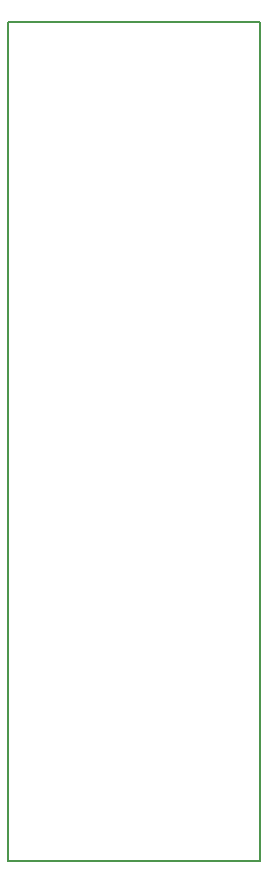
<source format=gbr>
G04 #@! TF.GenerationSoftware,KiCad,Pcbnew,(5.0.0-3-g5ebb6b6)*
G04 #@! TF.CreationDate,2019-05-02T13:21:36+02:00*
G04 #@! TF.ProjectId,Power Board,506F77657220426F6172642E6B696361,rev?*
G04 #@! TF.SameCoordinates,Original*
G04 #@! TF.FileFunction,Profile,NP*
%FSLAX46Y46*%
G04 Gerber Fmt 4.6, Leading zero omitted, Abs format (unit mm)*
G04 Created by KiCad (PCBNEW (5.0.0-3-g5ebb6b6)) date Thursday, 02 May 2019 at 13:21:36*
%MOMM*%
%LPD*%
G01*
G04 APERTURE LIST*
%ADD10C,0.150000*%
%ADD11C,0.200000*%
G04 APERTURE END LIST*
D10*
X140800000Y-146350000D02*
X162150000Y-146350000D01*
X162200000Y-75300000D02*
X140850000Y-75300000D01*
D11*
X140850000Y-75300000D02*
X140800000Y-146300000D01*
X162150000Y-146300000D02*
X162200000Y-75300000D01*
M02*

</source>
